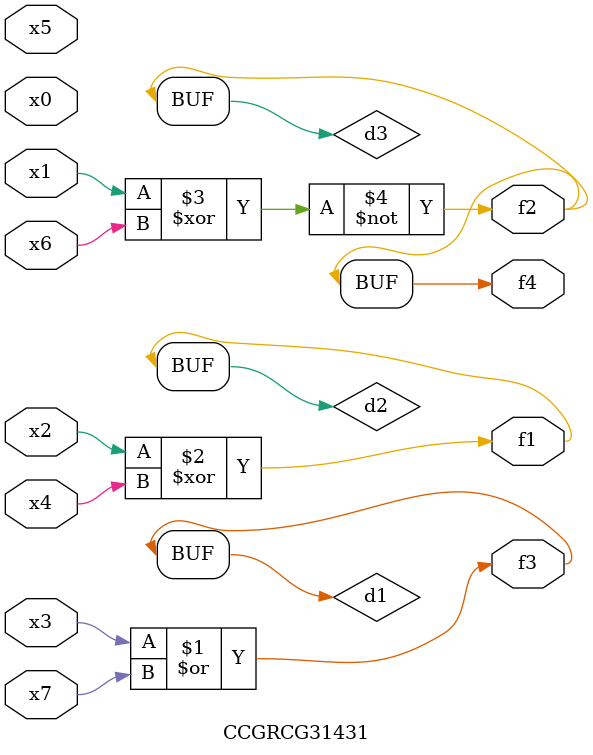
<source format=v>
module CCGRCG31431(
	input x0, x1, x2, x3, x4, x5, x6, x7,
	output f1, f2, f3, f4
);

	wire d1, d2, d3;

	or (d1, x3, x7);
	xor (d2, x2, x4);
	xnor (d3, x1, x6);
	assign f1 = d2;
	assign f2 = d3;
	assign f3 = d1;
	assign f4 = d3;
endmodule

</source>
